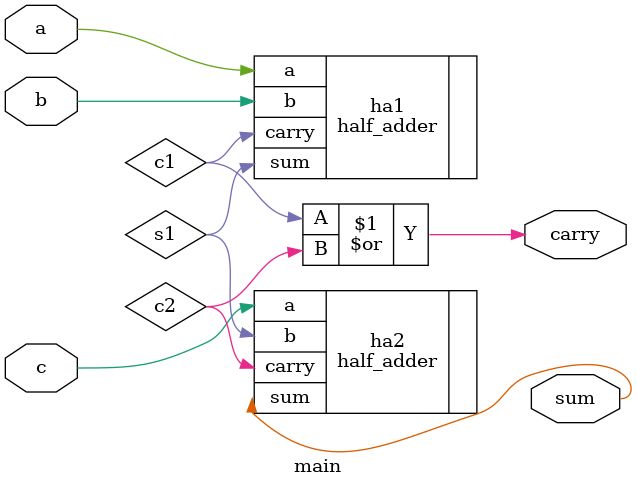
<source format=v>
module main
(
    input a,b,c,
    output sum,carry
);
    wire s1,c1,c2;
    half_adder ha1
    (
    .a(a),.b(b),.sum(s1),.carry(c1)
    );
    half_adder ha2
    (
    .a(c),.b(s1),.sum(sum),.carry(c2)
    );
    assign carry = c1|c2;
endmodule
</source>
